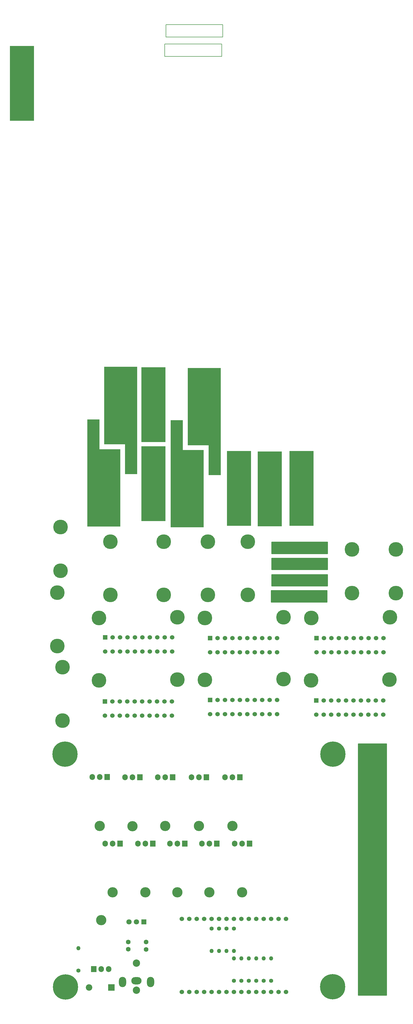
<source format=gbr>
%TF.GenerationSoftware,KiCad,Pcbnew,5.1.7-a382d34a8~88~ubuntu20.04.1*%
%TF.CreationDate,2021-03-09T09:01:26+01:00*%
%TF.ProjectId,narcise,6e617263-6973-4652-9e6b-696361645f70,rev?*%
%TF.SameCoordinates,Original*%
%TF.FileFunction,Soldermask,Bot*%
%TF.FilePolarity,Negative*%
%FSLAX46Y46*%
G04 Gerber Fmt 4.6, Leading zero omitted, Abs format (unit mm)*
G04 Created by KiCad (PCBNEW 5.1.7-a382d34a8~88~ubuntu20.04.1) date 2021-03-09 09:01:26*
%MOMM*%
%LPD*%
G01*
G04 APERTURE LIST*
%ADD10C,0.100000*%
%ADD11C,0.150000*%
%ADD12C,0.800000*%
%ADD13C,5.000000*%
%ADD14C,8.600000*%
%ADD15C,0.900000*%
%ADD16O,1.400000X1.400000*%
%ADD17C,1.400000*%
%ADD18O,1.905000X2.000000*%
%ADD19R,1.905000X2.000000*%
%ADD20O,3.500000X3.500000*%
%ADD21O,3.500000X2.500000*%
%ADD22O,2.500000X3.500000*%
%ADD23C,2.500000*%
%ADD24C,1.524000*%
%ADD25R,1.800000X1.800000*%
%ADD26C,1.800000*%
%ADD27C,1.600000*%
%ADD28R,1.524000X1.524000*%
%ADD29O,2.200000X2.200000*%
%ADD30R,2.200000X2.200000*%
%ADD31C,0.254000*%
G04 APERTURE END LIST*
D10*
G36*
X28956000Y-86106000D02*
G01*
X20828000Y-86106000D01*
X20828000Y-60706000D01*
X28956000Y-60706000D01*
X28956000Y-86106000D01*
G37*
X28956000Y-86106000D02*
X20828000Y-86106000D01*
X20828000Y-60706000D01*
X28956000Y-60706000D01*
X28956000Y-86106000D01*
G36*
X124333000Y-224155000D02*
G01*
X116205000Y-224155000D01*
X116205000Y-198755000D01*
X124333000Y-198755000D01*
X124333000Y-224155000D01*
G37*
X124333000Y-224155000D02*
X116205000Y-224155000D01*
X116205000Y-198755000D01*
X124333000Y-198755000D01*
X124333000Y-224155000D01*
G36*
X113538000Y-224282000D02*
G01*
X105410000Y-224282000D01*
X105410000Y-198882000D01*
X113538000Y-198882000D01*
X113538000Y-224282000D01*
G37*
X113538000Y-224282000D02*
X105410000Y-224282000D01*
X105410000Y-198882000D01*
X113538000Y-198882000D01*
X113538000Y-224282000D01*
G36*
X102997000Y-224155000D02*
G01*
X94869000Y-224155000D01*
X94869000Y-198755000D01*
X102997000Y-198755000D01*
X102997000Y-224155000D01*
G37*
X102997000Y-224155000D02*
X94869000Y-224155000D01*
X94869000Y-198755000D01*
X102997000Y-198755000D01*
X102997000Y-224155000D01*
G36*
X73787000Y-222504000D02*
G01*
X65659000Y-222504000D01*
X65659000Y-197104000D01*
X73787000Y-197104000D01*
X73787000Y-222504000D01*
G37*
X73787000Y-222504000D02*
X65659000Y-222504000D01*
X65659000Y-197104000D01*
X73787000Y-197104000D01*
X73787000Y-222504000D01*
G36*
X73787000Y-195580000D02*
G01*
X65659000Y-195580000D01*
X65659000Y-170180000D01*
X73787000Y-170180000D01*
X73787000Y-195580000D01*
G37*
X73787000Y-195580000D02*
X65659000Y-195580000D01*
X65659000Y-170180000D01*
X73787000Y-170180000D01*
X73787000Y-195580000D01*
D11*
X93472000Y-57658000D02*
X74041000Y-57658000D01*
X73660000Y-64262000D02*
X73660000Y-60071000D01*
X74168000Y-53467000D02*
X93472000Y-53467000D01*
X73787000Y-60071000D02*
X93091000Y-60071000D01*
X74041000Y-53467000D02*
X74168000Y-53467000D01*
X73660000Y-60071000D02*
X73787000Y-60071000D01*
X93091000Y-60071000D02*
X93091000Y-64262000D01*
X93091000Y-64262000D02*
X73660000Y-64262000D01*
X93472000Y-53467000D02*
X93472000Y-57658000D01*
X74041000Y-57658000D02*
X74041000Y-53467000D01*
D10*
G36*
X64135000Y-206502000D02*
G01*
X60071000Y-206502000D01*
X60071000Y-196342000D01*
X52959000Y-196342000D01*
X52959000Y-170053000D01*
X64135000Y-170053000D01*
X64135000Y-206502000D01*
G37*
X64135000Y-206502000D02*
X60071000Y-206502000D01*
X60071000Y-196342000D01*
X52959000Y-196342000D01*
X52959000Y-170053000D01*
X64135000Y-170053000D01*
X64135000Y-206502000D01*
G36*
X92710000Y-206883000D02*
G01*
X88646000Y-206883000D01*
X88646000Y-196723000D01*
X81534000Y-196723000D01*
X81534000Y-170434000D01*
X92710000Y-170434000D01*
X92710000Y-206883000D01*
G37*
X92710000Y-206883000D02*
X88646000Y-206883000D01*
X88646000Y-196723000D01*
X81534000Y-196723000D01*
X81534000Y-170434000D01*
X92710000Y-170434000D01*
X92710000Y-206883000D01*
G36*
X79756000Y-198374000D02*
G01*
X86868000Y-198374000D01*
X86868000Y-224663000D01*
X75692000Y-224663000D01*
X75692000Y-188214000D01*
X79756000Y-188214000D01*
X79756000Y-198374000D01*
G37*
X79756000Y-198374000D02*
X86868000Y-198374000D01*
X86868000Y-224663000D01*
X75692000Y-224663000D01*
X75692000Y-188214000D01*
X79756000Y-188214000D01*
X79756000Y-198374000D01*
G36*
X51308000Y-198120000D02*
G01*
X58420000Y-198120000D01*
X58420000Y-224409000D01*
X47244000Y-224409000D01*
X47244000Y-187960000D01*
X51308000Y-187960000D01*
X51308000Y-198120000D01*
G37*
X51308000Y-198120000D02*
X58420000Y-198120000D01*
X58420000Y-224409000D01*
X47244000Y-224409000D01*
X47244000Y-187960000D01*
X51308000Y-187960000D01*
X51308000Y-198120000D01*
D12*
%TO.C,REF\u002A\u002A*%
X153852825Y-245816175D03*
X152527000Y-245267000D03*
X151201175Y-245816175D03*
X150652000Y-247142000D03*
X151201175Y-248467825D03*
X152527000Y-249017000D03*
X153852825Y-248467825D03*
X154402000Y-247142000D03*
D13*
X152527000Y-247142000D03*
%TD*%
%TO.C,REF\u002A\u002A*%
X152527000Y-232283000D03*
D12*
X154402000Y-232283000D03*
X153852825Y-233608825D03*
X152527000Y-234158000D03*
X151201175Y-233608825D03*
X150652000Y-232283000D03*
X151201175Y-230957175D03*
X152527000Y-230408000D03*
X153852825Y-230957175D03*
%TD*%
D13*
%TO.C,REF\u002A\u002A*%
X38100000Y-239522000D03*
D12*
X39975000Y-239522000D03*
X39425825Y-240847825D03*
X38100000Y-241397000D03*
X36774175Y-240847825D03*
X36225000Y-239522000D03*
X36774175Y-238196175D03*
X38100000Y-237647000D03*
X39425825Y-238196175D03*
%TD*%
%TO.C,REF\u002A\u002A*%
X39425825Y-223337175D03*
X38100000Y-222788000D03*
X36774175Y-223337175D03*
X36225000Y-224663000D03*
X36774175Y-225988825D03*
X38100000Y-226538000D03*
X39425825Y-225988825D03*
X39975000Y-224663000D03*
D13*
X38100000Y-224663000D03*
%TD*%
D12*
%TO.C,REF\u002A\u002A*%
X138866825Y-245816175D03*
X137541000Y-245267000D03*
X136215175Y-245816175D03*
X135666000Y-247142000D03*
X136215175Y-248467825D03*
X137541000Y-249017000D03*
X138866825Y-248467825D03*
X139416000Y-247142000D03*
D13*
X137541000Y-247142000D03*
%TD*%
%TO.C,REF\u002A\u002A*%
X137541000Y-232283000D03*
D12*
X139416000Y-232283000D03*
X138866825Y-233608825D03*
X137541000Y-234158000D03*
X136215175Y-233608825D03*
X135666000Y-232283000D03*
X136215175Y-230957175D03*
X137541000Y-230408000D03*
X138866825Y-230957175D03*
%TD*%
%TO.C,REF\u002A\u002A*%
X74604825Y-246451175D03*
X73279000Y-245902000D03*
X71953175Y-246451175D03*
X71404000Y-247777000D03*
X71953175Y-249102825D03*
X73279000Y-249652000D03*
X74604825Y-249102825D03*
X75154000Y-247777000D03*
D13*
X73279000Y-247777000D03*
%TD*%
%TO.C,REF\u002A\u002A*%
X73279000Y-229616000D03*
D12*
X75154000Y-229616000D03*
X74604825Y-230941825D03*
X73279000Y-231491000D03*
X71953175Y-230941825D03*
X71404000Y-229616000D03*
X71953175Y-228290175D03*
X73279000Y-227741000D03*
X74604825Y-228290175D03*
%TD*%
D13*
%TO.C,REF\u002A\u002A*%
X55118000Y-247777000D03*
D12*
X56993000Y-247777000D03*
X56443825Y-249102825D03*
X55118000Y-249652000D03*
X53792175Y-249102825D03*
X53243000Y-247777000D03*
X53792175Y-246451175D03*
X55118000Y-245902000D03*
X56443825Y-246451175D03*
%TD*%
%TO.C,REF\u002A\u002A*%
X56443825Y-228290175D03*
X55118000Y-227741000D03*
X53792175Y-228290175D03*
X53243000Y-229616000D03*
X53792175Y-230941825D03*
X55118000Y-231491000D03*
X56443825Y-230941825D03*
X56993000Y-229616000D03*
D13*
X55118000Y-229616000D03*
%TD*%
%TO.C,REF\u002A\u002A*%
X36957000Y-247015000D03*
D12*
X38832000Y-247015000D03*
X38282825Y-248340825D03*
X36957000Y-248890000D03*
X35631175Y-248340825D03*
X35082000Y-247015000D03*
X35631175Y-245689175D03*
X36957000Y-245140000D03*
X38282825Y-245689175D03*
%TD*%
%TO.C,REF\u002A\u002A*%
X38282825Y-263850175D03*
X36957000Y-263301000D03*
X35631175Y-263850175D03*
X35082000Y-265176000D03*
X35631175Y-266501825D03*
X36957000Y-267051000D03*
X38282825Y-266501825D03*
X38832000Y-265176000D03*
D13*
X36957000Y-265176000D03*
%TD*%
D12*
%TO.C,REF\u002A\u002A*%
X103306825Y-228290175D03*
X101981000Y-227741000D03*
X100655175Y-228290175D03*
X100106000Y-229616000D03*
X100655175Y-230941825D03*
X101981000Y-231491000D03*
X103306825Y-230941825D03*
X103856000Y-229616000D03*
D13*
X101981000Y-229616000D03*
%TD*%
%TO.C,REF\u002A\u002A*%
X101981000Y-247777000D03*
D12*
X103856000Y-247777000D03*
X103306825Y-249102825D03*
X101981000Y-249652000D03*
X100655175Y-249102825D03*
X100106000Y-247777000D03*
X100655175Y-246451175D03*
X101981000Y-245902000D03*
X103306825Y-246451175D03*
%TD*%
D13*
%TO.C,REF\u002A\u002A*%
X88392000Y-229616000D03*
D12*
X90267000Y-229616000D03*
X89717825Y-230941825D03*
X88392000Y-231491000D03*
X87066175Y-230941825D03*
X86517000Y-229616000D03*
X87066175Y-228290175D03*
X88392000Y-227741000D03*
X89717825Y-228290175D03*
%TD*%
%TO.C,REF\u002A\u002A*%
X89717825Y-246451175D03*
X88392000Y-245902000D03*
X87066175Y-246451175D03*
X86517000Y-247777000D03*
X87066175Y-249102825D03*
X88392000Y-249652000D03*
X89717825Y-249102825D03*
X90267000Y-247777000D03*
D13*
X88392000Y-247777000D03*
%TD*%
%TO.C,REF\u002A\u002A*%
X38735000Y-290576000D03*
D12*
X40610000Y-290576000D03*
X40060825Y-291901825D03*
X38735000Y-292451000D03*
X37409175Y-291901825D03*
X36860000Y-290576000D03*
X37409175Y-289250175D03*
X38735000Y-288701000D03*
X40060825Y-289250175D03*
%TD*%
%TO.C,REF\u002A\u002A*%
X40060825Y-271089175D03*
X38735000Y-270540000D03*
X37409175Y-271089175D03*
X36860000Y-272415000D03*
X37409175Y-273740825D03*
X38735000Y-274290000D03*
X40060825Y-273740825D03*
X40610000Y-272415000D03*
D13*
X38735000Y-272415000D03*
%TD*%
%TO.C,REF\u002A\u002A*%
X150368000Y-276606000D03*
D12*
X152243000Y-276606000D03*
X151693825Y-277931825D03*
X150368000Y-278481000D03*
X149042175Y-277931825D03*
X148493000Y-276606000D03*
X149042175Y-275280175D03*
X150368000Y-274731000D03*
X151693825Y-275280175D03*
%TD*%
%TO.C,REF\u002A\u002A*%
X124896825Y-275534175D03*
X123571000Y-274985000D03*
X122245175Y-275534175D03*
X121696000Y-276860000D03*
X122245175Y-278185825D03*
X123571000Y-278735000D03*
X124896825Y-278185825D03*
X125446000Y-276860000D03*
D13*
X123571000Y-276860000D03*
%TD*%
%TO.C,REF\u002A\u002A*%
X123698000Y-255651000D03*
D12*
X125573000Y-255651000D03*
X125023825Y-256976825D03*
X123698000Y-257526000D03*
X122372175Y-256976825D03*
X121823000Y-255651000D03*
X122372175Y-254325175D03*
X123698000Y-253776000D03*
X125023825Y-254325175D03*
%TD*%
%TO.C,REF\u002A\u002A*%
X151820825Y-254071175D03*
X150495000Y-253522000D03*
X149169175Y-254071175D03*
X148620000Y-255397000D03*
X149169175Y-256722825D03*
X150495000Y-257272000D03*
X151820825Y-256722825D03*
X152370000Y-255397000D03*
D13*
X150495000Y-255397000D03*
%TD*%
D12*
%TO.C,REF\u002A\u002A*%
X88701825Y-275407175D03*
X87376000Y-274858000D03*
X86050175Y-275407175D03*
X85501000Y-276733000D03*
X86050175Y-278058825D03*
X87376000Y-278608000D03*
X88701825Y-278058825D03*
X89251000Y-276733000D03*
D13*
X87376000Y-276733000D03*
%TD*%
%TO.C,REF\u002A\u002A*%
X114173000Y-276479000D03*
D12*
X116048000Y-276479000D03*
X115498825Y-277804825D03*
X114173000Y-278354000D03*
X112847175Y-277804825D03*
X112298000Y-276479000D03*
X112847175Y-275153175D03*
X114173000Y-274604000D03*
X115498825Y-275153175D03*
%TD*%
%TO.C,REF\u002A\u002A*%
X115498825Y-254071175D03*
X114173000Y-253522000D03*
X112847175Y-254071175D03*
X112298000Y-255397000D03*
X112847175Y-256722825D03*
X114173000Y-257272000D03*
X115498825Y-256722825D03*
X116048000Y-255397000D03*
D13*
X114173000Y-255397000D03*
%TD*%
%TO.C,REF\u002A\u002A*%
X87376000Y-255651000D03*
D12*
X89251000Y-255651000D03*
X88701825Y-256976825D03*
X87376000Y-257526000D03*
X86050175Y-256976825D03*
X85501000Y-255651000D03*
X86050175Y-254325175D03*
X87376000Y-253776000D03*
X88701825Y-254325175D03*
%TD*%
D13*
%TO.C,REF\u002A\u002A*%
X77978000Y-255397000D03*
D12*
X79853000Y-255397000D03*
X79303825Y-256722825D03*
X77978000Y-257272000D03*
X76652175Y-256722825D03*
X76103000Y-255397000D03*
X76652175Y-254071175D03*
X77978000Y-253522000D03*
X79303825Y-254071175D03*
%TD*%
%TO.C,REF\u002A\u002A*%
X52506825Y-254325175D03*
X51181000Y-253776000D03*
X49855175Y-254325175D03*
X49306000Y-255651000D03*
X49855175Y-256976825D03*
X51181000Y-257526000D03*
X52506825Y-256976825D03*
X53056000Y-255651000D03*
D13*
X51181000Y-255651000D03*
%TD*%
%TO.C,REF\u002A\u002A*%
X51181000Y-276860000D03*
D12*
X53056000Y-276860000D03*
X52506825Y-278185825D03*
X51181000Y-278735000D03*
X49855175Y-278185825D03*
X49306000Y-276860000D03*
X49855175Y-275534175D03*
X51181000Y-274985000D03*
X52506825Y-275534175D03*
%TD*%
%TO.C,REF\u002A\u002A*%
X79303825Y-275280175D03*
X77978000Y-274731000D03*
X76652175Y-275280175D03*
X76103000Y-276606000D03*
X76652175Y-277931825D03*
X77978000Y-278481000D03*
X79303825Y-277931825D03*
X79853000Y-276606000D03*
D13*
X77978000Y-276606000D03*
%TD*%
D14*
%TO.C,REF\u002A\u002A*%
X39624000Y-302006000D03*
D15*
X42849000Y-302006000D03*
X41904419Y-304286419D03*
X39624000Y-305231000D03*
X37343581Y-304286419D03*
X36399000Y-302006000D03*
X37343581Y-299725581D03*
X39624000Y-298781000D03*
X41904419Y-299725581D03*
%TD*%
D14*
%TO.C,REF\u002A\u002A*%
X131064000Y-302006000D03*
D15*
X134289000Y-302006000D03*
X133344419Y-304286419D03*
X131064000Y-305231000D03*
X128783581Y-304286419D03*
X127839000Y-302006000D03*
X128783581Y-299725581D03*
X131064000Y-298781000D03*
X133344419Y-299725581D03*
%TD*%
D14*
%TO.C,REF\u002A\u002A*%
X130937000Y-381254000D03*
D15*
X134162000Y-381254000D03*
X133217419Y-383534419D03*
X130937000Y-384479000D03*
X128656581Y-383534419D03*
X127712000Y-381254000D03*
X128656581Y-378973581D03*
X130937000Y-378029000D03*
X133217419Y-378973581D03*
%TD*%
%TO.C,REF\u002A\u002A*%
X42031419Y-379100581D03*
X39751000Y-378156000D03*
X37470581Y-379100581D03*
X36526000Y-381381000D03*
X37470581Y-383661419D03*
X39751000Y-384606000D03*
X42031419Y-383661419D03*
X42976000Y-381381000D03*
D14*
X39751000Y-381381000D03*
%TD*%
D16*
%TO.C,R11*%
X97282000Y-369062000D03*
D17*
X97282000Y-361442000D03*
%TD*%
D16*
%TO.C,R10*%
X94742000Y-369062000D03*
D17*
X94742000Y-361442000D03*
%TD*%
D16*
%TO.C,R9*%
X92202000Y-369062000D03*
D17*
X92202000Y-361442000D03*
%TD*%
D16*
%TO.C,R8*%
X89662000Y-369062000D03*
D17*
X89662000Y-361442000D03*
%TD*%
D16*
%TO.C,R7*%
X109982000Y-371602000D03*
D17*
X109982000Y-379222000D03*
%TD*%
D16*
%TO.C,R5*%
X107442000Y-371602000D03*
D17*
X107442000Y-379222000D03*
%TD*%
D16*
%TO.C,R4*%
X104902000Y-371602000D03*
D17*
X104902000Y-379222000D03*
%TD*%
D16*
%TO.C,R3*%
X102362000Y-371602000D03*
D17*
X102362000Y-379222000D03*
%TD*%
D16*
%TO.C,R2*%
X99822000Y-371602000D03*
D17*
X99822000Y-379222000D03*
%TD*%
D18*
%TO.C,Q11*%
X97536000Y-332486000D03*
X100076000Y-332486000D03*
D19*
X102616000Y-332486000D03*
D20*
X100076000Y-349146000D03*
%TD*%
D18*
%TO.C,Q10*%
X86360000Y-332486000D03*
X88900000Y-332486000D03*
D19*
X91440000Y-332486000D03*
D20*
X88900000Y-349146000D03*
%TD*%
D18*
%TO.C,Q9*%
X75438000Y-332486000D03*
X77978000Y-332486000D03*
D19*
X80518000Y-332486000D03*
D20*
X77978000Y-349146000D03*
%TD*%
D18*
%TO.C,Q8*%
X64516000Y-332486000D03*
X67056000Y-332486000D03*
D19*
X69596000Y-332486000D03*
D20*
X67056000Y-349146000D03*
%TD*%
D18*
%TO.C,Q7*%
X53340000Y-332486000D03*
X55880000Y-332486000D03*
D19*
X58420000Y-332486000D03*
D20*
X55880000Y-349146000D03*
%TD*%
D18*
%TO.C,Q5*%
X94234000Y-309880000D03*
X96774000Y-309880000D03*
D19*
X99314000Y-309880000D03*
D20*
X96774000Y-326540000D03*
%TD*%
D18*
%TO.C,Q4*%
X82804000Y-309880000D03*
X85344000Y-309880000D03*
D19*
X87884000Y-309880000D03*
D20*
X85344000Y-326540000D03*
%TD*%
D18*
%TO.C,Q3*%
X71263000Y-309881000D03*
X73803000Y-309881000D03*
D19*
X76343000Y-309881000D03*
D20*
X73803000Y-326541000D03*
%TD*%
D18*
%TO.C,Q2*%
X60124000Y-309939000D03*
X62664000Y-309939000D03*
D19*
X65204000Y-309939000D03*
D20*
X62664000Y-326599000D03*
%TD*%
D21*
%TO.C,U21*%
X64008000Y-379222000D03*
D22*
X59208000Y-379722000D03*
X68808000Y-379722000D03*
D23*
X64008000Y-373222000D03*
X64008000Y-382472000D03*
%TD*%
D24*
%TO.C,U11*%
X79502000Y-358140000D03*
X82042000Y-358140000D03*
X84582000Y-358140000D03*
X87122000Y-358140000D03*
X89662000Y-358140000D03*
X92202000Y-358140000D03*
X94742000Y-358140000D03*
X97282000Y-358140000D03*
X99822000Y-358140000D03*
X102362000Y-358140000D03*
X104902000Y-358140000D03*
X107442000Y-358140000D03*
X109982000Y-358140000D03*
X112522000Y-358140000D03*
X115062000Y-358140000D03*
X115062000Y-383032000D03*
X112522000Y-383032000D03*
X112522000Y-383032000D03*
X109982000Y-383032000D03*
X107442000Y-383032000D03*
X104902000Y-383032000D03*
X102362000Y-383032000D03*
X99822000Y-383032000D03*
X97282000Y-383032000D03*
X94742000Y-383032000D03*
X92202000Y-383032000D03*
X89662000Y-383032000D03*
X87122000Y-383032000D03*
X84582000Y-383032000D03*
X82042000Y-383032000D03*
X79502000Y-383032000D03*
%TD*%
D25*
%TO.C,U10*%
X66548000Y-359156000D03*
D26*
X64008000Y-359156000D03*
X61468000Y-359156000D03*
%TD*%
D16*
%TO.C,R6*%
X44196000Y-368173000D03*
D17*
X44196000Y-375793000D03*
%TD*%
D16*
%TO.C,R1*%
X97282000Y-371602000D03*
D17*
X97282000Y-379222000D03*
%TD*%
D18*
%TO.C,Q6*%
X54484000Y-375259000D03*
X51944000Y-375259000D03*
D19*
X49404000Y-375259000D03*
D20*
X51944000Y-358599000D03*
%TD*%
D18*
%TO.C,Q1*%
X48881000Y-309835000D03*
X51421000Y-309835000D03*
D19*
X53961000Y-309835000D03*
D20*
X51421000Y-326495000D03*
%TD*%
D27*
%TO.C,Murata-Ceramic-Capacitor-50v1-22uF2*%
X61214000Y-368514000D03*
X61214000Y-366014000D03*
%TD*%
%TO.C,Murata-Ceramic-Capacitor-50v1-22uF1*%
X67310000Y-366054000D03*
X67310000Y-368554000D03*
%TD*%
D24*
%TO.C,J8*%
X76200000Y-267106400D03*
X76200000Y-262255000D03*
X73660000Y-267106400D03*
X73660000Y-262255000D03*
X71120000Y-267106400D03*
X71120000Y-262255000D03*
X68580000Y-267106400D03*
X68580000Y-262255000D03*
X66040000Y-267106400D03*
X66040000Y-262255000D03*
X63500000Y-267106400D03*
X63500000Y-262255000D03*
X60960000Y-267106400D03*
X60960000Y-262255000D03*
X58420000Y-267106400D03*
X58420000Y-262255000D03*
X55880000Y-267106400D03*
X55880000Y-262255000D03*
X53340000Y-267106400D03*
D28*
X53340000Y-262255000D03*
%TD*%
D24*
%TO.C,J7*%
X112014000Y-267360400D03*
X112014000Y-262509000D03*
X109474000Y-267360400D03*
X109474000Y-262509000D03*
X106934000Y-267360400D03*
X106934000Y-262509000D03*
X104394000Y-267360400D03*
X104394000Y-262509000D03*
X101854000Y-267360400D03*
X101854000Y-262509000D03*
X99314000Y-267360400D03*
X99314000Y-262509000D03*
X96774000Y-267360400D03*
X96774000Y-262509000D03*
X94234000Y-267360400D03*
X94234000Y-262509000D03*
X91694000Y-267360400D03*
X91694000Y-262509000D03*
X89154000Y-267360400D03*
D28*
X89154000Y-262509000D03*
%TD*%
D24*
%TO.C,J6*%
X112014000Y-288442400D03*
X112014000Y-283591000D03*
X109474000Y-288442400D03*
X109474000Y-283591000D03*
X106934000Y-288442400D03*
X106934000Y-283591000D03*
X104394000Y-288442400D03*
X104394000Y-283591000D03*
X101854000Y-288442400D03*
X101854000Y-283591000D03*
X99314000Y-288442400D03*
X99314000Y-283591000D03*
X96774000Y-288442400D03*
X96774000Y-283591000D03*
X94234000Y-288442400D03*
X94234000Y-283591000D03*
X91694000Y-288442400D03*
X91694000Y-283591000D03*
X89154000Y-288442400D03*
D28*
X89154000Y-283591000D03*
%TD*%
D24*
%TO.C,J3*%
X148336000Y-267360400D03*
X148336000Y-262509000D03*
X145796000Y-267360400D03*
X145796000Y-262509000D03*
X143256000Y-267360400D03*
X143256000Y-262509000D03*
X140716000Y-267360400D03*
X140716000Y-262509000D03*
X138176000Y-267360400D03*
X138176000Y-262509000D03*
X135636000Y-267360400D03*
X135636000Y-262509000D03*
X133096000Y-267360400D03*
X133096000Y-262509000D03*
X130556000Y-267360400D03*
X130556000Y-262509000D03*
X128016000Y-267360400D03*
X128016000Y-262509000D03*
X125476000Y-267360400D03*
D28*
X125476000Y-262509000D03*
%TD*%
D24*
%TO.C,J2*%
X148209000Y-288569400D03*
X148209000Y-283718000D03*
X145669000Y-288569400D03*
X145669000Y-283718000D03*
X143129000Y-288569400D03*
X143129000Y-283718000D03*
X140589000Y-288569400D03*
X140589000Y-283718000D03*
X138049000Y-288569400D03*
X138049000Y-283718000D03*
X135509000Y-288569400D03*
X135509000Y-283718000D03*
X132969000Y-288569400D03*
X132969000Y-283718000D03*
X130429000Y-288569400D03*
X130429000Y-283718000D03*
X127889000Y-288569400D03*
X127889000Y-283718000D03*
X125349000Y-288569400D03*
D28*
X125349000Y-283718000D03*
%TD*%
D24*
%TO.C,J1*%
X76073000Y-288925000D03*
X76073000Y-284073600D03*
X73533000Y-288925000D03*
X73533000Y-284073600D03*
X70993000Y-288925000D03*
X70993000Y-284073600D03*
X68453000Y-288925000D03*
X68453000Y-284073600D03*
X65913000Y-288925000D03*
X65913000Y-284073600D03*
X63373000Y-288925000D03*
X63373000Y-284073600D03*
X60833000Y-288925000D03*
X60833000Y-284073600D03*
X58293000Y-288925000D03*
X58293000Y-284073600D03*
X55753000Y-288925000D03*
X55753000Y-284073600D03*
X53213000Y-288925000D03*
D28*
X53213000Y-284073600D03*
%TD*%
D29*
%TO.C,D1*%
X47784000Y-381508000D03*
D30*
X55404000Y-381508000D03*
%TD*%
D31*
X129159000Y-244729000D02*
X110109000Y-244729000D01*
X110109000Y-240792000D01*
X129159000Y-240792000D01*
X129159000Y-244729000D01*
D10*
G36*
X129159000Y-244729000D02*
G01*
X110109000Y-244729000D01*
X110109000Y-240792000D01*
X129159000Y-240792000D01*
X129159000Y-244729000D01*
G37*
D31*
X129032000Y-250190000D02*
X109982000Y-250190000D01*
X109982000Y-246253000D01*
X129032000Y-246253000D01*
X129032000Y-250190000D01*
D10*
G36*
X129032000Y-250190000D02*
G01*
X109982000Y-250190000D01*
X109982000Y-246253000D01*
X129032000Y-246253000D01*
X129032000Y-250190000D01*
G37*
D31*
X129159000Y-239141000D02*
X110109000Y-239141000D01*
X110109000Y-235204000D01*
X129159000Y-235204000D01*
X129159000Y-239141000D01*
D10*
G36*
X129159000Y-239141000D02*
G01*
X110109000Y-239141000D01*
X110109000Y-235204000D01*
X129159000Y-235204000D01*
X129159000Y-239141000D01*
G37*
D31*
X129159000Y-233680000D02*
X110109000Y-233680000D01*
X110109000Y-229743000D01*
X129159000Y-229743000D01*
X129159000Y-233680000D01*
D10*
G36*
X129159000Y-233680000D02*
G01*
X110109000Y-233680000D01*
X110109000Y-229743000D01*
X129159000Y-229743000D01*
X129159000Y-233680000D01*
G37*
D31*
X149352000Y-384175000D02*
X139700000Y-384175000D01*
X139700000Y-298450000D01*
X149352000Y-298450000D01*
X149352000Y-384175000D01*
D10*
G36*
X149352000Y-384175000D02*
G01*
X139700000Y-384175000D01*
X139700000Y-298450000D01*
X149352000Y-298450000D01*
X149352000Y-384175000D01*
G37*
M02*

</source>
